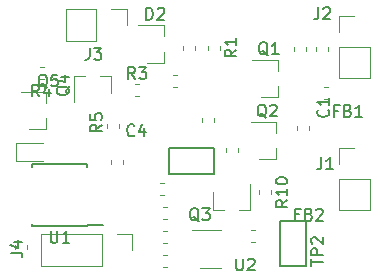
<source format=gbr>
G04 #@! TF.GenerationSoftware,KiCad,Pcbnew,5.1.2-f72e74a~84~ubuntu18.04.1*
G04 #@! TF.CreationDate,2019-12-19T12:51:00+00:00*
G04 #@! TF.ProjectId,mbus_guru,6d627573-5f67-4757-9275-2e6b69636164,rev?*
G04 #@! TF.SameCoordinates,Original*
G04 #@! TF.FileFunction,Legend,Top*
G04 #@! TF.FilePolarity,Positive*
%FSLAX46Y46*%
G04 Gerber Fmt 4.6, Leading zero omitted, Abs format (unit mm)*
G04 Created by KiCad (PCBNEW 5.1.2-f72e74a~84~ubuntu18.04.1) date 2019-12-19 12:51:00*
%MOMM*%
%LPD*%
G04 APERTURE LIST*
%ADD10C,0.120000*%
%ADD11C,0.150000*%
G04 APERTURE END LIST*
D10*
X141539500Y-91658221D02*
X141539500Y-91983779D01*
X142559500Y-91658221D02*
X142559500Y-91983779D01*
X131824000Y-92737721D02*
X131824000Y-93063279D01*
X132844000Y-92737721D02*
X132844000Y-93063279D01*
X143664721Y-99633500D02*
X143990279Y-99633500D01*
X143664721Y-98613500D02*
X143990279Y-98613500D01*
X137386279Y-85469000D02*
X137060721Y-85469000D01*
X137386279Y-86489000D02*
X137060721Y-86489000D01*
X124652500Y-100238779D02*
X124652500Y-99913221D01*
X123632500Y-100238779D02*
X123632500Y-99913221D01*
X123737000Y-92746500D02*
X126022000Y-92746500D01*
X123737000Y-91276500D02*
X123737000Y-92746500D01*
X126022000Y-91276500D02*
X123737000Y-91276500D01*
D11*
X148293000Y-101658500D02*
X146093000Y-101658500D01*
X148293000Y-97858500D02*
X148293000Y-101658500D01*
X146093000Y-97858500D02*
X148293000Y-97858500D01*
X146093000Y-101658500D02*
X146093000Y-97858500D01*
D10*
X141108000Y-98593000D02*
X138658000Y-98593000D01*
X139308000Y-101813000D02*
X141108000Y-101813000D01*
X149824221Y-87505000D02*
X150149779Y-87505000D01*
X149824221Y-86485000D02*
X150149779Y-86485000D01*
X149159500Y-83149221D02*
X149159500Y-83474779D01*
X150179500Y-83149221D02*
X150179500Y-83474779D01*
X136171721Y-99760500D02*
X136497279Y-99760500D01*
X136171721Y-98740500D02*
X136497279Y-98740500D01*
X136171721Y-101792500D02*
X136497279Y-101792500D01*
X136171721Y-100772500D02*
X136497279Y-100772500D01*
X136497279Y-96708500D02*
X136171721Y-96708500D01*
X136497279Y-97728500D02*
X136171721Y-97728500D01*
X133600500Y-99000000D02*
X133600500Y-100330000D01*
X132270500Y-99000000D02*
X133600500Y-99000000D01*
X131000500Y-99000000D02*
X131000500Y-101660000D01*
X131000500Y-101660000D02*
X125860500Y-101660000D01*
X131000500Y-99000000D02*
X125860500Y-99000000D01*
X125860500Y-99000000D02*
X125860500Y-101660000D01*
D11*
X136720500Y-93873500D02*
X136720500Y-91673500D01*
X140520500Y-93873500D02*
X136720500Y-93873500D01*
X140520500Y-91673500D02*
X140520500Y-93873500D01*
X136720500Y-91673500D02*
X140520500Y-91673500D01*
X129769500Y-98194500D02*
X131119500Y-98194500D01*
X129769500Y-93069500D02*
X125119500Y-93069500D01*
X129769500Y-98319500D02*
X125119500Y-98319500D01*
X129769500Y-93069500D02*
X129769500Y-93294500D01*
X125119500Y-93069500D02*
X125119500Y-93294500D01*
X125119500Y-98319500D02*
X125119500Y-98094500D01*
X129769500Y-98319500D02*
X129769500Y-98194500D01*
D10*
X126299500Y-90099000D02*
X124839500Y-90099000D01*
X126299500Y-86939000D02*
X124139500Y-86939000D01*
X126299500Y-86939000D02*
X126299500Y-87869000D01*
X126299500Y-90099000D02*
X126299500Y-89169000D01*
X133156000Y-79950000D02*
X133156000Y-81280000D01*
X131826000Y-79950000D02*
X133156000Y-79950000D01*
X130556000Y-79950000D02*
X130556000Y-82610000D01*
X130556000Y-82610000D02*
X127956000Y-82610000D01*
X130556000Y-79950000D02*
X127956000Y-79950000D01*
X127956000Y-79950000D02*
X127956000Y-82610000D01*
X137856500Y-83022221D02*
X137856500Y-83347779D01*
X138876500Y-83022221D02*
X138876500Y-83347779D01*
X136243279Y-94613000D02*
X135917721Y-94613000D01*
X136243279Y-95633000D02*
X135917721Y-95633000D01*
X144333500Y-95277721D02*
X144333500Y-95603279D01*
X145353500Y-95277721D02*
X145353500Y-95603279D01*
X147508500Y-89816721D02*
X147508500Y-90142279D01*
X148528500Y-89816721D02*
X148528500Y-90142279D01*
X139507500Y-89118221D02*
X139507500Y-89443779D01*
X140527500Y-89118221D02*
X140527500Y-89443779D01*
X131443000Y-89626221D02*
X131443000Y-89951779D01*
X132463000Y-89626221D02*
X132463000Y-89951779D01*
X126083279Y-84834000D02*
X125757721Y-84834000D01*
X126083279Y-85854000D02*
X125757721Y-85854000D01*
X133822221Y-87314500D02*
X134147779Y-87314500D01*
X133822221Y-86294500D02*
X134147779Y-86294500D01*
X147254500Y-83149221D02*
X147254500Y-83474779D01*
X148274500Y-83149221D02*
X148274500Y-83474779D01*
X140015500Y-83022221D02*
X140015500Y-83347779D01*
X141035500Y-83022221D02*
X141035500Y-83347779D01*
X131818500Y-85600000D02*
X131818500Y-87060000D01*
X128658500Y-85600000D02*
X128658500Y-87760000D01*
X128658500Y-85600000D02*
X129588500Y-85600000D01*
X131818500Y-85600000D02*
X130888500Y-85600000D01*
X140406000Y-96899000D02*
X140406000Y-95439000D01*
X143566000Y-96899000D02*
X143566000Y-94739000D01*
X143566000Y-96899000D02*
X142636000Y-96899000D01*
X140406000Y-96899000D02*
X141336000Y-96899000D01*
X145794000Y-92639000D02*
X144334000Y-92639000D01*
X145794000Y-89479000D02*
X143634000Y-89479000D01*
X145794000Y-89479000D02*
X145794000Y-90409000D01*
X145794000Y-92639000D02*
X145794000Y-91709000D01*
X145921000Y-87368500D02*
X144461000Y-87368500D01*
X145921000Y-84208500D02*
X143761000Y-84208500D01*
X145921000Y-84208500D02*
X145921000Y-85138500D01*
X145921000Y-87368500D02*
X145921000Y-86438500D01*
X151070000Y-80521500D02*
X152400000Y-80521500D01*
X151070000Y-81851500D02*
X151070000Y-80521500D01*
X151070000Y-83121500D02*
X153730000Y-83121500D01*
X153730000Y-83121500D02*
X153730000Y-85721500D01*
X151070000Y-83121500D02*
X151070000Y-85721500D01*
X151070000Y-85721500D02*
X153730000Y-85721500D01*
X151070000Y-91697500D02*
X152400000Y-91697500D01*
X151070000Y-93027500D02*
X151070000Y-91697500D01*
X151070000Y-94297500D02*
X153730000Y-94297500D01*
X153730000Y-94297500D02*
X153730000Y-96897500D01*
X151070000Y-94297500D02*
X151070000Y-96897500D01*
X151070000Y-96897500D02*
X153730000Y-96897500D01*
X136269000Y-84447500D02*
X134809000Y-84447500D01*
X136269000Y-81287500D02*
X134109000Y-81287500D01*
X136269000Y-81287500D02*
X136269000Y-82217500D01*
X136269000Y-84447500D02*
X136269000Y-83517500D01*
D11*
X148740880Y-101655404D02*
X148740880Y-101083976D01*
X149740880Y-101369690D02*
X148740880Y-101369690D01*
X149740880Y-100750642D02*
X148740880Y-100750642D01*
X148740880Y-100369690D01*
X148788500Y-100274452D01*
X148836119Y-100226833D01*
X148931357Y-100179214D01*
X149074214Y-100179214D01*
X149169452Y-100226833D01*
X149217071Y-100274452D01*
X149264690Y-100369690D01*
X149264690Y-100750642D01*
X148836119Y-99798261D02*
X148788500Y-99750642D01*
X148740880Y-99655404D01*
X148740880Y-99417309D01*
X148788500Y-99322071D01*
X148836119Y-99274452D01*
X148931357Y-99226833D01*
X149026595Y-99226833D01*
X149169452Y-99274452D01*
X149740880Y-99845880D01*
X149740880Y-99226833D01*
X142367095Y-101052380D02*
X142367095Y-101861904D01*
X142414714Y-101957142D01*
X142462333Y-102004761D01*
X142557571Y-102052380D01*
X142748047Y-102052380D01*
X142843285Y-102004761D01*
X142890904Y-101957142D01*
X142938523Y-101861904D01*
X142938523Y-101052380D01*
X143367095Y-101147619D02*
X143414714Y-101100000D01*
X143509952Y-101052380D01*
X143748047Y-101052380D01*
X143843285Y-101100000D01*
X143890904Y-101147619D01*
X143938523Y-101242857D01*
X143938523Y-101338095D01*
X143890904Y-101480952D01*
X143319476Y-102052380D01*
X143938523Y-102052380D01*
X123277380Y-100536333D02*
X123991666Y-100536333D01*
X124134523Y-100583952D01*
X124229761Y-100679190D01*
X124277380Y-100822047D01*
X124277380Y-100917285D01*
X123610714Y-99631571D02*
X124277380Y-99631571D01*
X123229761Y-99869666D02*
X123944047Y-100107761D01*
X123944047Y-99488714D01*
X126682595Y-98696880D02*
X126682595Y-99506404D01*
X126730214Y-99601642D01*
X126777833Y-99649261D01*
X126873071Y-99696880D01*
X127063547Y-99696880D01*
X127158785Y-99649261D01*
X127206404Y-99601642D01*
X127254023Y-99506404D01*
X127254023Y-98696880D01*
X128254023Y-99696880D02*
X127682595Y-99696880D01*
X127968309Y-99696880D02*
X127968309Y-98696880D01*
X127873071Y-98839738D01*
X127777833Y-98934976D01*
X127682595Y-98982595D01*
X126396761Y-86566619D02*
X126301523Y-86519000D01*
X126206285Y-86423761D01*
X126063428Y-86280904D01*
X125968190Y-86233285D01*
X125872952Y-86233285D01*
X125920571Y-86471380D02*
X125825333Y-86423761D01*
X125730095Y-86328523D01*
X125682476Y-86138047D01*
X125682476Y-85804714D01*
X125730095Y-85614238D01*
X125825333Y-85519000D01*
X125920571Y-85471380D01*
X126111047Y-85471380D01*
X126206285Y-85519000D01*
X126301523Y-85614238D01*
X126349142Y-85804714D01*
X126349142Y-86138047D01*
X126301523Y-86328523D01*
X126206285Y-86423761D01*
X126111047Y-86471380D01*
X125920571Y-86471380D01*
X127253904Y-85471380D02*
X126777714Y-85471380D01*
X126730095Y-85947571D01*
X126777714Y-85899952D01*
X126872952Y-85852333D01*
X127111047Y-85852333D01*
X127206285Y-85899952D01*
X127253904Y-85947571D01*
X127301523Y-86042809D01*
X127301523Y-86280904D01*
X127253904Y-86376142D01*
X127206285Y-86423761D01*
X127111047Y-86471380D01*
X126872952Y-86471380D01*
X126777714Y-86423761D01*
X126730095Y-86376142D01*
X129968666Y-83208880D02*
X129968666Y-83923166D01*
X129921047Y-84066023D01*
X129825809Y-84161261D01*
X129682952Y-84208880D01*
X129587714Y-84208880D01*
X130349619Y-83208880D02*
X130968666Y-83208880D01*
X130635333Y-83589833D01*
X130778190Y-83589833D01*
X130873428Y-83637452D01*
X130921047Y-83685071D01*
X130968666Y-83780309D01*
X130968666Y-84018404D01*
X130921047Y-84113642D01*
X130873428Y-84161261D01*
X130778190Y-84208880D01*
X130492476Y-84208880D01*
X130397238Y-84161261D01*
X130349619Y-84113642D01*
X146725880Y-96083357D02*
X146249690Y-96416690D01*
X146725880Y-96654785D02*
X145725880Y-96654785D01*
X145725880Y-96273833D01*
X145773500Y-96178595D01*
X145821119Y-96130976D01*
X145916357Y-96083357D01*
X146059214Y-96083357D01*
X146154452Y-96130976D01*
X146202071Y-96178595D01*
X146249690Y-96273833D01*
X146249690Y-96654785D01*
X146725880Y-95130976D02*
X146725880Y-95702404D01*
X146725880Y-95416690D02*
X145725880Y-95416690D01*
X145868738Y-95511928D01*
X145963976Y-95607166D01*
X146011595Y-95702404D01*
X145725880Y-94511928D02*
X145725880Y-94416690D01*
X145773500Y-94321452D01*
X145821119Y-94273833D01*
X145916357Y-94226214D01*
X146106833Y-94178595D01*
X146344928Y-94178595D01*
X146535404Y-94226214D01*
X146630642Y-94273833D01*
X146678261Y-94321452D01*
X146725880Y-94416690D01*
X146725880Y-94511928D01*
X146678261Y-94607166D01*
X146630642Y-94654785D01*
X146535404Y-94702404D01*
X146344928Y-94750023D01*
X146106833Y-94750023D01*
X145916357Y-94702404D01*
X145821119Y-94654785D01*
X145773500Y-94607166D01*
X145725880Y-94511928D01*
X131008380Y-89701666D02*
X130532190Y-90035000D01*
X131008380Y-90273095D02*
X130008380Y-90273095D01*
X130008380Y-89892142D01*
X130056000Y-89796904D01*
X130103619Y-89749285D01*
X130198857Y-89701666D01*
X130341714Y-89701666D01*
X130436952Y-89749285D01*
X130484571Y-89796904D01*
X130532190Y-89892142D01*
X130532190Y-90273095D01*
X130008380Y-88796904D02*
X130008380Y-89273095D01*
X130484571Y-89320714D01*
X130436952Y-89273095D01*
X130389333Y-89177857D01*
X130389333Y-88939761D01*
X130436952Y-88844523D01*
X130484571Y-88796904D01*
X130579809Y-88749285D01*
X130817904Y-88749285D01*
X130913142Y-88796904D01*
X130960761Y-88844523D01*
X131008380Y-88939761D01*
X131008380Y-89177857D01*
X130960761Y-89273095D01*
X130913142Y-89320714D01*
X125690333Y-87320380D02*
X125357000Y-86844190D01*
X125118904Y-87320380D02*
X125118904Y-86320380D01*
X125499857Y-86320380D01*
X125595095Y-86368000D01*
X125642714Y-86415619D01*
X125690333Y-86510857D01*
X125690333Y-86653714D01*
X125642714Y-86748952D01*
X125595095Y-86796571D01*
X125499857Y-86844190D01*
X125118904Y-86844190D01*
X126547476Y-86653714D02*
X126547476Y-87320380D01*
X126309380Y-86272761D02*
X126071285Y-86987047D01*
X126690333Y-86987047D01*
X133818333Y-85826880D02*
X133485000Y-85350690D01*
X133246904Y-85826880D02*
X133246904Y-84826880D01*
X133627857Y-84826880D01*
X133723095Y-84874500D01*
X133770714Y-84922119D01*
X133818333Y-85017357D01*
X133818333Y-85160214D01*
X133770714Y-85255452D01*
X133723095Y-85303071D01*
X133627857Y-85350690D01*
X133246904Y-85350690D01*
X134151666Y-84826880D02*
X134770714Y-84826880D01*
X134437380Y-85207833D01*
X134580238Y-85207833D01*
X134675476Y-85255452D01*
X134723095Y-85303071D01*
X134770714Y-85398309D01*
X134770714Y-85636404D01*
X134723095Y-85731642D01*
X134675476Y-85779261D01*
X134580238Y-85826880D01*
X134294523Y-85826880D01*
X134199285Y-85779261D01*
X134151666Y-85731642D01*
X142407880Y-83351666D02*
X141931690Y-83685000D01*
X142407880Y-83923095D02*
X141407880Y-83923095D01*
X141407880Y-83542142D01*
X141455500Y-83446904D01*
X141503119Y-83399285D01*
X141598357Y-83351666D01*
X141741214Y-83351666D01*
X141836452Y-83399285D01*
X141884071Y-83446904D01*
X141931690Y-83542142D01*
X141931690Y-83923095D01*
X142407880Y-82399285D02*
X142407880Y-82970714D01*
X142407880Y-82685000D02*
X141407880Y-82685000D01*
X141550738Y-82780238D01*
X141645976Y-82875476D01*
X141693595Y-82970714D01*
X128286119Y-86455238D02*
X128238500Y-86550476D01*
X128143261Y-86645714D01*
X128000404Y-86788571D01*
X127952785Y-86883809D01*
X127952785Y-86979047D01*
X128190880Y-86931428D02*
X128143261Y-87026666D01*
X128048023Y-87121904D01*
X127857547Y-87169523D01*
X127524214Y-87169523D01*
X127333738Y-87121904D01*
X127238500Y-87026666D01*
X127190880Y-86931428D01*
X127190880Y-86740952D01*
X127238500Y-86645714D01*
X127333738Y-86550476D01*
X127524214Y-86502857D01*
X127857547Y-86502857D01*
X128048023Y-86550476D01*
X128143261Y-86645714D01*
X128190880Y-86740952D01*
X128190880Y-86931428D01*
X127524214Y-85645714D02*
X128190880Y-85645714D01*
X127143261Y-85883809D02*
X127857547Y-86121904D01*
X127857547Y-85502857D01*
X139223761Y-97893119D02*
X139128523Y-97845500D01*
X139033285Y-97750261D01*
X138890428Y-97607404D01*
X138795190Y-97559785D01*
X138699952Y-97559785D01*
X138747571Y-97797880D02*
X138652333Y-97750261D01*
X138557095Y-97655023D01*
X138509476Y-97464547D01*
X138509476Y-97131214D01*
X138557095Y-96940738D01*
X138652333Y-96845500D01*
X138747571Y-96797880D01*
X138938047Y-96797880D01*
X139033285Y-96845500D01*
X139128523Y-96940738D01*
X139176142Y-97131214D01*
X139176142Y-97464547D01*
X139128523Y-97655023D01*
X139033285Y-97750261D01*
X138938047Y-97797880D01*
X138747571Y-97797880D01*
X139509476Y-96797880D02*
X140128523Y-96797880D01*
X139795190Y-97178833D01*
X139938047Y-97178833D01*
X140033285Y-97226452D01*
X140080904Y-97274071D01*
X140128523Y-97369309D01*
X140128523Y-97607404D01*
X140080904Y-97702642D01*
X140033285Y-97750261D01*
X139938047Y-97797880D01*
X139652333Y-97797880D01*
X139557095Y-97750261D01*
X139509476Y-97702642D01*
X144938761Y-89106619D02*
X144843523Y-89059000D01*
X144748285Y-88963761D01*
X144605428Y-88820904D01*
X144510190Y-88773285D01*
X144414952Y-88773285D01*
X144462571Y-89011380D02*
X144367333Y-88963761D01*
X144272095Y-88868523D01*
X144224476Y-88678047D01*
X144224476Y-88344714D01*
X144272095Y-88154238D01*
X144367333Y-88059000D01*
X144462571Y-88011380D01*
X144653047Y-88011380D01*
X144748285Y-88059000D01*
X144843523Y-88154238D01*
X144891142Y-88344714D01*
X144891142Y-88678047D01*
X144843523Y-88868523D01*
X144748285Y-88963761D01*
X144653047Y-89011380D01*
X144462571Y-89011380D01*
X145272095Y-88106619D02*
X145319714Y-88059000D01*
X145414952Y-88011380D01*
X145653047Y-88011380D01*
X145748285Y-88059000D01*
X145795904Y-88106619D01*
X145843523Y-88201857D01*
X145843523Y-88297095D01*
X145795904Y-88439952D01*
X145224476Y-89011380D01*
X145843523Y-89011380D01*
X145065761Y-83836119D02*
X144970523Y-83788500D01*
X144875285Y-83693261D01*
X144732428Y-83550404D01*
X144637190Y-83502785D01*
X144541952Y-83502785D01*
X144589571Y-83740880D02*
X144494333Y-83693261D01*
X144399095Y-83598023D01*
X144351476Y-83407547D01*
X144351476Y-83074214D01*
X144399095Y-82883738D01*
X144494333Y-82788500D01*
X144589571Y-82740880D01*
X144780047Y-82740880D01*
X144875285Y-82788500D01*
X144970523Y-82883738D01*
X145018142Y-83074214D01*
X145018142Y-83407547D01*
X144970523Y-83598023D01*
X144875285Y-83693261D01*
X144780047Y-83740880D01*
X144589571Y-83740880D01*
X145970523Y-83740880D02*
X145399095Y-83740880D01*
X145684809Y-83740880D02*
X145684809Y-82740880D01*
X145589571Y-82883738D01*
X145494333Y-82978976D01*
X145399095Y-83026595D01*
X149336166Y-79779880D02*
X149336166Y-80494166D01*
X149288547Y-80637023D01*
X149193309Y-80732261D01*
X149050452Y-80779880D01*
X148955214Y-80779880D01*
X149764738Y-79875119D02*
X149812357Y-79827500D01*
X149907595Y-79779880D01*
X150145690Y-79779880D01*
X150240928Y-79827500D01*
X150288547Y-79875119D01*
X150336166Y-79970357D01*
X150336166Y-80065595D01*
X150288547Y-80208452D01*
X149717119Y-80779880D01*
X150336166Y-80779880D01*
X149590166Y-92479880D02*
X149590166Y-93194166D01*
X149542547Y-93337023D01*
X149447309Y-93432261D01*
X149304452Y-93479880D01*
X149209214Y-93479880D01*
X150590166Y-93479880D02*
X150018738Y-93479880D01*
X150304452Y-93479880D02*
X150304452Y-92479880D01*
X150209214Y-92622738D01*
X150113976Y-92717976D01*
X150018738Y-92765595D01*
X147693166Y-97301071D02*
X147359833Y-97301071D01*
X147359833Y-97824880D02*
X147359833Y-96824880D01*
X147836023Y-96824880D01*
X148550309Y-97301071D02*
X148693166Y-97348690D01*
X148740785Y-97396309D01*
X148788404Y-97491547D01*
X148788404Y-97634404D01*
X148740785Y-97729642D01*
X148693166Y-97777261D01*
X148597928Y-97824880D01*
X148216976Y-97824880D01*
X148216976Y-96824880D01*
X148550309Y-96824880D01*
X148645547Y-96872500D01*
X148693166Y-96920119D01*
X148740785Y-97015357D01*
X148740785Y-97110595D01*
X148693166Y-97205833D01*
X148645547Y-97253452D01*
X148550309Y-97301071D01*
X148216976Y-97301071D01*
X149169357Y-96920119D02*
X149216976Y-96872500D01*
X149312214Y-96824880D01*
X149550309Y-96824880D01*
X149645547Y-96872500D01*
X149693166Y-96920119D01*
X149740785Y-97015357D01*
X149740785Y-97110595D01*
X149693166Y-97253452D01*
X149121738Y-97824880D01*
X149740785Y-97824880D01*
X150995166Y-88511071D02*
X150661833Y-88511071D01*
X150661833Y-89034880D02*
X150661833Y-88034880D01*
X151138023Y-88034880D01*
X151852309Y-88511071D02*
X151995166Y-88558690D01*
X152042785Y-88606309D01*
X152090404Y-88701547D01*
X152090404Y-88844404D01*
X152042785Y-88939642D01*
X151995166Y-88987261D01*
X151899928Y-89034880D01*
X151518976Y-89034880D01*
X151518976Y-88034880D01*
X151852309Y-88034880D01*
X151947547Y-88082500D01*
X151995166Y-88130119D01*
X152042785Y-88225357D01*
X152042785Y-88320595D01*
X151995166Y-88415833D01*
X151947547Y-88463452D01*
X151852309Y-88511071D01*
X151518976Y-88511071D01*
X153042785Y-89034880D02*
X152471357Y-89034880D01*
X152757071Y-89034880D02*
X152757071Y-88034880D01*
X152661833Y-88177738D01*
X152566595Y-88272976D01*
X152471357Y-88320595D01*
X134770904Y-80819880D02*
X134770904Y-79819880D01*
X135009000Y-79819880D01*
X135151857Y-79867500D01*
X135247095Y-79962738D01*
X135294714Y-80057976D01*
X135342333Y-80248452D01*
X135342333Y-80391309D01*
X135294714Y-80581785D01*
X135247095Y-80677023D01*
X135151857Y-80772261D01*
X135009000Y-80819880D01*
X134770904Y-80819880D01*
X135723285Y-79915119D02*
X135770904Y-79867500D01*
X135866142Y-79819880D01*
X136104238Y-79819880D01*
X136199476Y-79867500D01*
X136247095Y-79915119D01*
X136294714Y-80010357D01*
X136294714Y-80105595D01*
X136247095Y-80248452D01*
X135675666Y-80819880D01*
X136294714Y-80819880D01*
X133754833Y-90590642D02*
X133707214Y-90638261D01*
X133564357Y-90685880D01*
X133469119Y-90685880D01*
X133326261Y-90638261D01*
X133231023Y-90543023D01*
X133183404Y-90447785D01*
X133135785Y-90257309D01*
X133135785Y-90114452D01*
X133183404Y-89923976D01*
X133231023Y-89828738D01*
X133326261Y-89733500D01*
X133469119Y-89685880D01*
X133564357Y-89685880D01*
X133707214Y-89733500D01*
X133754833Y-89781119D01*
X134611976Y-90019214D02*
X134611976Y-90685880D01*
X134373880Y-89638261D02*
X134135785Y-90352547D01*
X134754833Y-90352547D01*
X150153642Y-88431666D02*
X150201261Y-88479285D01*
X150248880Y-88622142D01*
X150248880Y-88717380D01*
X150201261Y-88860238D01*
X150106023Y-88955476D01*
X150010785Y-89003095D01*
X149820309Y-89050714D01*
X149677452Y-89050714D01*
X149486976Y-89003095D01*
X149391738Y-88955476D01*
X149296500Y-88860238D01*
X149248880Y-88717380D01*
X149248880Y-88622142D01*
X149296500Y-88479285D01*
X149344119Y-88431666D01*
X150248880Y-87479285D02*
X150248880Y-88050714D01*
X150248880Y-87765000D02*
X149248880Y-87765000D01*
X149391738Y-87860238D01*
X149486976Y-87955476D01*
X149534595Y-88050714D01*
M02*

</source>
